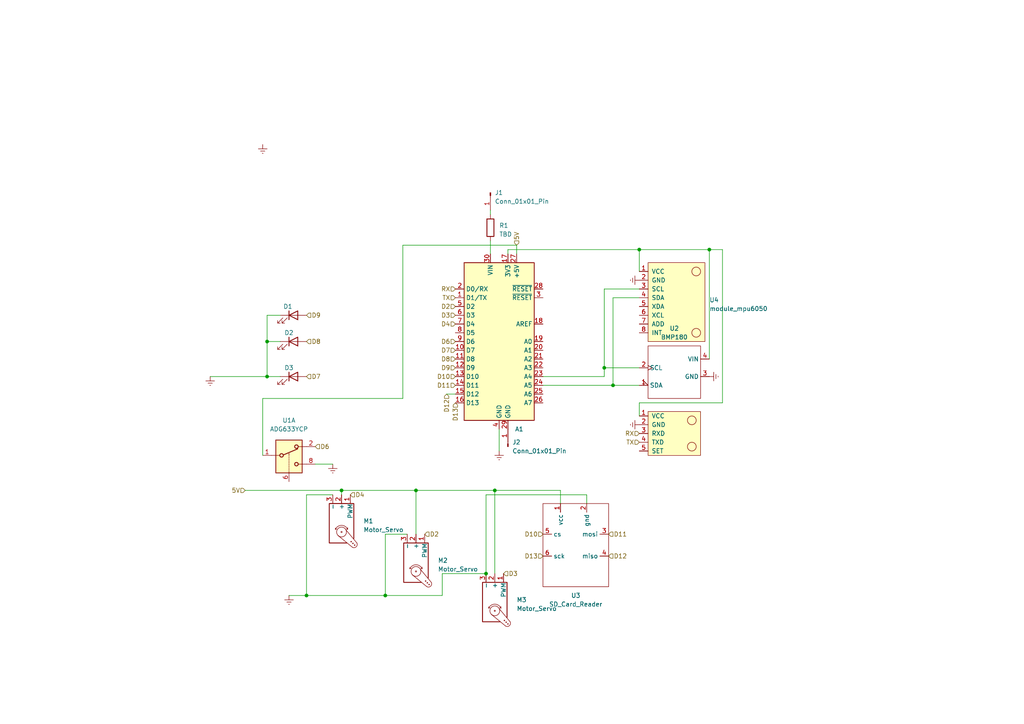
<source format=kicad_sch>
(kicad_sch (version 20230121) (generator eeschema)
  (paper "A4")
  (lib_symbols
    (symbol "Analog_Switch:ADG419BRM" (pin_names (offset 0.254))
      (property "Reference" "U" (at -3.175 4.699 0))
      (property "Value" "ADG419BRM" (at -3.175 2.921 0))
      (symbol "ADG419BRM_1_1"
        (rectangle (start -3.81 1.905) (end 3.81 -7.62) (stroke (width 0.254)) (fill (type background)))
        (circle (center -2.159 -2.54) (radius 0.508) (stroke (width 0.254)))
        (polyline (pts (xy -5.08 -2.54) (xy -2.794 -2.54)))
        (polyline (pts (xy -1.651 -2.413) (xy 2.54 -0.635)) (stroke (width 0.254)))
        (polyline (pts (xy 0 -7.62) (xy 0 -7.112)))
        (polyline (pts (xy 0 -6.858) (xy 0 -6.604)))
        (polyline (pts (xy 0 -6.35) (xy 0 -6.096)))
        (polyline (pts (xy 0 -5.842) (xy 0 -5.588)))
        (polyline (pts (xy 0 -5.334) (xy 0 -5.08)))
        (polyline (pts (xy 0 -4.826) (xy 0 -4.572)))
        (polyline (pts (xy 0 -4.318) (xy 0 -4.064)))
        (polyline (pts (xy 0 -3.81) (xy 0 -3.556)))
        (polyline (pts (xy 0 -3.302) (xy 0 -3.048)))
        (polyline (pts (xy 0 -2.794) (xy 0 -2.54)))
        (polyline (pts (xy 0 -2.286) (xy 0 -2.032)))
        (polyline (pts (xy 0 -2.286) (xy 0 -2.032)))
        (polyline (pts (xy 5.08 -5.08) (xy 2.794 -5.08)))
        (polyline (pts (xy 5.08 0) (xy 2.794 0)))
        (circle (center 2.159 -5.08) (radius 0.508) (stroke (width 0.254)))
        (circle (center 2.159 0) (radius 0.508) (stroke (width 0.254)))
        (pin passive line (at -7.62 -2.54 0) (length 2.54) (name "~") (number "1"))
        (pin passive line (at 7.62 0 180) (length 2.54) (name "~") (number "2"))
        (pin input line (at 0 -10.16 90) (length 2.54) (name "~") (number "6"))
        (pin passive line (at 7.62 -5.08 180) (length 2.54) (name "~") (number "8"))
      )
      (symbol "ADG419BRM_2_0"
        (pin power_in line (at 0 -12.7 90) (length 2.54) (name "GND") (number "3"))
        (pin power_in line (at 0 12.7 270) (length 2.54) (name "V+") (number "4"))
        (pin power_in line (at 2.54 12.7 270) (length 2.54) (name "VL") (number "5"))
        (pin power_in line (at 2.54 -12.7 90) (length 2.54) (name "V-") (number "7"))
      )
      (symbol "ADG419BRM_2_1"
        (rectangle (start -3.81 10.16) (end 6.35 -10.16) (stroke (width 0.254)) (fill (type background)))
      )
    )
    (symbol "Connector:Conn_01x01_Pin" (pin_names (offset 1.016) hide)
      (property "Reference" "J" (at 0 2.54 0))
      (property "Value" "Conn_01x01_Pin" (at 0 -2.54 0))
      (symbol "Conn_01x01_Pin_1_1"
        (polyline (pts (xy 1.27 0) (xy 0.8636 0)) (stroke (width 0.1524)))
        (rectangle (start 0.8636 0.127) (end 0 -0.127) (stroke (width 0.1524)) (fill (type outline)))
        (pin passive line (at 5.08 0 180) (length 3.81) (name "Pin_1") (number "1"))
      )
    )
    (symbol "Device:LED" (pin_numbers hide) (pin_names (offset 1.016) hide)
      (property "Reference" "D" (at 0 2.54 0))
      (property "Value" "LED" (at 0 -2.54 0))
      (symbol "LED_0_1"
        (polyline (pts (xy -1.27 -1.27) (xy -1.27 1.27)) (stroke (width 0.254)))
        (polyline (pts (xy -1.27 0) (xy 1.27 0)))
        (polyline (pts (xy 1.27 -1.27) (xy 1.27 1.27) (xy -1.27 0) (xy 1.27 -1.27)) (stroke (width 0.254)))
        (polyline (pts (xy -3.048 -0.762) (xy -4.572 -2.286) (xy -3.81 -2.286) (xy -4.572 -2.286) (xy -4.572 -1.524)))
        (polyline (pts (xy -1.778 -0.762) (xy -3.302 -2.286) (xy -2.54 -2.286) (xy -3.302 -2.286) (xy -3.302 -1.524)))
      )
      (symbol "LED_1_1"
        (pin passive line (at -3.81 0 0) (length 2.54) (name "K") (number "1"))
        (pin passive line (at 3.81 0 180) (length 2.54) (name "A") (number "2"))
      )
    )
    (symbol "Device:R" (pin_numbers hide) (pin_names (offset 0))
      (property "Reference" "R" (at 2.032 0 90))
      (property "Value" "R" (at 0 0 90))
      (symbol "R_0_1"
        (rectangle (start -1.016 -2.54) (end 1.016 2.54) (stroke (width 0.254)))
      )
      (symbol "R_1_1"
        (pin passive line (at 0 3.81 270) (length 1.27) (name "~") (number "1"))
        (pin passive line (at 0 -3.81 90) (length 1.27) (name "~") (number "2"))
      )
    )
    (symbol "MCU_Module:Arduino_Nano_v3.x"
      (property "Reference" "A" (at -10.16 23.495 0))
      (property "Value" "Arduino_Nano_v3.x" (at 5.08 -24.13 0))
      (symbol "Arduino_Nano_v3.x_0_1"
        (rectangle (start -10.16 22.86) (end 10.16 -22.86) (stroke (width 0.254)) (fill (type background)))
      )
      (symbol "Arduino_Nano_v3.x_1_1"
        (pin bidirectional line (at -12.7 12.7 0) (length 2.54) (name "D1/TX") (number "1"))
        (pin bidirectional line (at -12.7 -2.54 0) (length 2.54) (name "D7") (number "10"))
        (pin bidirectional line (at -12.7 -5.08 0) (length 2.54) (name "D8") (number "11"))
        (pin bidirectional line (at -12.7 -7.62 0) (length 2.54) (name "D9") (number "12"))
        (pin bidirectional line (at -12.7 -10.16 0) (length 2.54) (name "D10") (number "13"))
        (pin bidirectional line (at -12.7 -12.7 0) (length 2.54) (name "D11") (number "14"))
        (pin bidirectional line (at -12.7 -15.24 0) (length 2.54) (name "D12") (number "15"))
        (pin bidirectional line (at -12.7 -17.78 0) (length 2.54) (name "D13") (number "16"))
        (pin power_out line (at 2.54 25.4 270) (length 2.54) (name "3V3") (number "17"))
        (pin input line (at 12.7 5.08 180) (length 2.54) (name "AREF") (number "18"))
        (pin bidirectional line (at 12.7 0 180) (length 2.54) (name "A0") (number "19"))
        (pin bidirectional line (at -12.7 15.24 0) (length 2.54) (name "D0/RX") (number "2"))
        (pin bidirectional line (at 12.7 -2.54 180) (length 2.54) (name "A1") (number "20"))
        (pin bidirectional line (at 12.7 -5.08 180) (length 2.54) (name "A2") (number "21"))
        (pin bidirectional line (at 12.7 -7.62 180) (length 2.54) (name "A3") (number "22"))
        (pin bidirectional line (at 12.7 -10.16 180) (length 2.54) (name "A4") (number "23"))
        (pin bidirectional line (at 12.7 -12.7 180) (length 2.54) (name "A5") (number "24"))
        (pin bidirectional line (at 12.7 -15.24 180) (length 2.54) (name "A6") (number "25"))
        (pin bidirectional line (at 12.7 -17.78 180) (length 2.54) (name "A7") (number "26"))
        (pin power_out line (at 5.08 25.4 270) (length 2.54) (name "+5V") (number "27"))
        (pin input line (at 12.7 15.24 180) (length 2.54) (name "~{RESET}") (number "28"))
        (pin power_in line (at 2.54 -25.4 90) (length 2.54) (name "GND") (number "29"))
        (pin input line (at 12.7 12.7 180) (length 2.54) (name "~{RESET}") (number "3"))
        (pin power_in line (at -2.54 25.4 270) (length 2.54) (name "VIN") (number "30"))
        (pin power_in line (at 0 -25.4 90) (length 2.54) (name "GND") (number "4"))
        (pin bidirectional line (at -12.7 10.16 0) (length 2.54) (name "D2") (number "5"))
        (pin bidirectional line (at -12.7 7.62 0) (length 2.54) (name "D3") (number "6"))
        (pin bidirectional line (at -12.7 5.08 0) (length 2.54) (name "D4") (number "7"))
        (pin bidirectional line (at -12.7 2.54 0) (length 2.54) (name "D5") (number "8"))
        (pin bidirectional line (at -12.7 0 0) (length 2.54) (name "D6") (number "9"))
      )
    )
    (symbol "Motor:Motor_Servo" (pin_names (offset 0.0254))
      (property "Reference" "M" (at -5.08 4.445 0))
      (property "Value" "Motor_Servo" (at -5.08 -4.064 0))
      (symbol "Motor_Servo_0_1"
        (polyline (pts (xy 2.413 -1.778) (xy 2.032 -1.778)))
        (polyline (pts (xy 2.413 -1.778) (xy 2.286 -1.397)))
        (polyline (pts (xy 2.413 1.778) (xy 1.905 1.778)))
        (polyline (pts (xy 2.413 1.778) (xy 2.286 1.397)))
        (polyline (pts (xy 6.35 4.445) (xy 2.54 1.27)))
        (polyline (pts (xy 7.62 3.175) (xy 4.191 -1.016)))
        (polyline (pts (xy 5.08 3.556) (xy -5.08 3.556) (xy -5.08 -3.556) (xy 6.35 -3.556) (xy 6.35 1.524)) (stroke (width 0.254)))
        (arc (start 2.413 1.778) (mid 1.2406 0) (end 2.413 -1.778))
        (circle (center 3.175 0) (radius 0.1778))
        (circle (center 3.175 0) (radius 1.4224))
        (circle (center 5.969 2.794) (radius 0.127))
        (circle (center 6.477 3.302) (radius 0.127))
        (circle (center 6.985 3.81) (radius 0.127))
        (arc (start 7.62 3.175) (mid 7.4485 4.2735) (end 6.35 4.445))
      )
      (symbol "Motor_Servo_1_1"
        (pin passive line (at -7.62 2.54 0) (length 2.54) (name "PWM") (number "1"))
        (pin passive line (at -7.62 0 0) (length 2.54) (name "+") (number "2"))
        (pin passive line (at -7.62 -2.54 0) (length 2.54) (name "-") (number "3"))
      )
    )
    (symbol "New_Library:BMP180"
      (property "Reference" "U?" (at -10.16 21.59 0))
      (property "Value" "BMP180" (at -10.16 19.05 0))
      (symbol "BMP180_0_1"
        (rectangle (start -17.78 16.51) (end -2.54 1.27))
      )
      (symbol "BMP180_1_1"
        (pin input input_low (at 0 12.7 180) (length 2.54) (name "SDA") (number "1"))
        (pin bidirectional clock (at 0 7.62 180) (length 2.54) (name "SCL") (number "2"))
        (pin power_in line (at -20.32 10.16 0) (length 2.54) (name "GND") (number "3"))
        (pin power_in line (at -20.32 5.08 0) (length 2.54) (name "VIN") (number "4"))
      )
    )
    (symbol "New_Library:SD_Card_Reader"
      (property "Reference" "U" (at 0 0 0))
      (property "Value" "SD_Card_Reader" (at 0 0 0))
      (symbol "SD_Card_Reader_0_1"
        (rectangle (start 10.16 29.21) (end -8.89 5.08))
      )
      (symbol "SD_Card_Reader_1_1"
        (pin input line (at -3.81 29.21 270) (length 2.54) (name "vcc") (number "1"))
        (pin input line (at 3.81 29.21 270) (length 2.54) (name "gnd") (number "2"))
        (pin input line (at 10.16 20.32 180) (length 2.54) (name "mosi") (number "3"))
        (pin input line (at 10.16 13.97 180) (length 2.54) (name "miso") (number "4"))
        (pin input line (at -8.89 20.32 0) (length 2.54) (name "cs") (number "5"))
        (pin input line (at -8.89 13.97 0) (length 2.54) (name "sck") (number "6"))
      )
    )
    (symbol "module_bh1750_1" (pin_names (offset 1.016))
      (property "Reference" "U5" (at 19.05 3.175 0))
      (property "Value" "HC-12" (at 19.05 0.635 0))
      (symbol "module_bh1750_1_0_1"
        (rectangle (start 2.54 8.89) (end 17.78 -3.81) (fill (type background)))
        (circle (center 15.24 -1.27) (radius 1.27))
        (circle (center 15.24 6.35) (radius 1.27))
      )
      (symbol "module_bh1750_1_1_1"
        (pin input line (at 0 7.62 0) (length 2.54) (name "VCC") (number "1"))
        (pin input line (at 0 5.08 0) (length 2.54) (name "GND") (number "2"))
        (pin input line (at 0 2.54 0) (length 2.54) (name "RXD") (number "3"))
        (pin input line (at 0 0 0) (length 2.54) (name "TXD") (number "4"))
        (pin input line (at 0 -2.54 0) (length 2.54) (name "SET") (number "5"))
      )
    )
    (symbol "power:Earth" (power) (pin_names (offset 0))
      (symbol "Earth_0_1"
        (polyline (pts (xy -0.635 -1.905) (xy 0.635 -1.905)))
        (polyline (pts (xy -0.127 -2.54) (xy 0.127 -2.54)))
        (polyline (pts (xy 0 -1.27) (xy 0 0)))
        (polyline (pts (xy 1.27 -1.27) (xy -1.27 -1.27)))
      )
      (symbol "Earth_1_1"
        (pin power_in line (at 0 0 270) (length 0) hide (name "Earth") (number "1"))
      )
    )
    (symbol "power:GNDREF" (power) (pin_names (offset 0))
      (property "Value" "GNDREF" (at 0 -3.81 0))
      (symbol "GNDREF_0_1"
        (polyline (pts (xy -0.635 -1.905) (xy 0.635 -1.905)))
        (polyline (pts (xy -0.127 -2.54) (xy 0.127 -2.54)))
        (polyline (pts (xy 0 -1.27) (xy 0 0)))
        (polyline (pts (xy 1.27 -1.27) (xy -1.27 -1.27)))
      )
      (symbol "GNDREF_1_1"
        (pin power_in line (at 0 0 270) (length 0) hide (name "GNDREF") (number "1"))
      )
    )
    (symbol "usini_sensors:module_mpu6050" (pin_names (offset 1.016))
      (property "Reference" "U" (at 2.54 21.59 0))
      (property "Value" "module_mpu6050" (at 11.43 -3.81 0))
      (symbol "module_mpu6050_0_1"
        (rectangle (start 2.54 20.32) (end 19.05 -2.54) (fill (type background)))
        (circle (center 16.51 0) (radius 1.27))
        (circle (center 16.51 17.78) (radius 1.27))
      )
      (symbol "module_mpu6050_1_1"
        (pin input line (at 0 17.78 0) (length 2.54) (name "VCC") (number "1"))
        (pin input line (at 0 15.24 0) (length 2.54) (name "GND") (number "2"))
        (pin input line (at 0 12.7 0) (length 2.54) (name "SCL") (number "3"))
        (pin input line (at 0 10.16 0) (length 2.54) (name "SDA") (number "4"))
        (pin input line (at 0 7.62 0) (length 2.54) (name "XDA") (number "5"))
        (pin input line (at 0 5.08 0) (length 2.54) (name "XCL") (number "6"))
        (pin input line (at 0 2.54 0) (length 2.54) (name "ADD") (number "7"))
        (pin input line (at 0 0 0) (length 2.54) (name "INT") (number "8"))
      )
    )
  )
  (junction (at 143.51 142.24))
  (junction (at 88.9 172.72))
  (junction (at 205.74 72.39))
  (junction (at 175.26 106.68))
  (junction (at 77.47 99.06))
  (junction (at 185.42 72.39))
  (junction (at 99.06 142.24))
  (junction (at 177.8 111.76))
  (junction (at 111.76 172.72))
  (junction (at 120.65 142.24))
  (junction (at 140.97 166.37))
  (junction (at 77.47 109.22))
  (wire (pts (xy 96.52 143.51) (xy 88.9 143.51)))
  (wire (pts (xy 170.18 146.05) (xy 170.18 143.51)))
  (wire (pts (xy 116.84 71.12) (xy 149.86 71.12)))
  (wire (pts (xy 205.74 72.39) (xy 185.42 72.39)))
  (wire (pts (xy 185.42 116.84) (xy 209.55 116.84)))
  (wire (pts (xy 111.76 172.72) (xy 88.9 172.72)))
  (wire (pts (xy 144.78 124.46) (xy 144.78 130.81)))
  (wire (pts (xy 129.54 114.3) (xy 132.08 114.3)))
  (wire (pts (xy 60.96 109.22) (xy 77.47 109.22)))
  (wire (pts (xy 175.26 83.82) (xy 185.42 83.82)))
  (wire (pts (xy 77.47 99.06) (xy 81.28 99.06)))
  (wire (pts (xy 177.8 111.76) (xy 177.8 86.36)))
  (wire (pts (xy 77.47 109.22) (xy 81.28 109.22)))
  (wire (pts (xy 128.27 166.37) (xy 128.27 172.72)))
  (wire (pts (xy 170.18 143.51) (xy 140.97 143.51)))
  (wire (pts (xy 116.84 115.57) (xy 116.84 71.12)))
  (wire (pts (xy 185.42 120.65) (xy 185.42 116.84)))
  (wire (pts (xy 143.51 142.24) (xy 120.65 142.24)))
  (wire (pts (xy 128.27 172.72) (xy 111.76 172.72)))
  (wire (pts (xy 118.11 154.94) (xy 111.76 154.94)))
  (wire (pts (xy 147.32 72.39) (xy 185.42 72.39)))
  (wire (pts (xy 175.26 106.68) (xy 185.42 106.68)))
  (wire (pts (xy 205.74 104.14) (xy 205.74 72.39)))
  (wire (pts (xy 149.86 71.12) (xy 149.86 73.66)))
  (wire (pts (xy 71.12 142.24) (xy 99.06 142.24)))
  (wire (pts (xy 143.51 142.24) (xy 162.56 142.24)))
  (wire (pts (xy 142.24 60.96) (xy 142.24 62.23)))
  (wire (pts (xy 91.44 134.62) (xy 96.52 134.62)))
  (wire (pts (xy 185.42 72.39) (xy 185.42 78.74)))
  (wire (pts (xy 88.9 143.51) (xy 88.9 172.72)))
  (wire (pts (xy 147.32 72.39) (xy 147.32 73.66)))
  (wire (pts (xy 162.56 146.05) (xy 162.56 142.24)))
  (wire (pts (xy 175.26 83.82) (xy 175.26 106.68)))
  (wire (pts (xy 111.76 154.94) (xy 111.76 172.72)))
  (wire (pts (xy 143.51 166.37) (xy 143.51 142.24)))
  (wire (pts (xy 175.26 109.22) (xy 157.48 109.22)))
  (wire (pts (xy 177.8 111.76) (xy 185.42 111.76)))
  (wire (pts (xy 77.47 91.44) (xy 77.47 99.06)))
  (wire (pts (xy 140.97 143.51) (xy 140.97 166.37)))
  (wire (pts (xy 142.24 69.85) (xy 142.24 73.66)))
  (wire (pts (xy 177.8 86.36) (xy 185.42 86.36)))
  (wire (pts (xy 140.97 166.37) (xy 128.27 166.37)))
  (wire (pts (xy 157.48 111.76) (xy 177.8 111.76)))
  (wire (pts (xy 76.2 115.57) (xy 116.84 115.57)))
  (wire (pts (xy 209.55 72.39) (xy 205.74 72.39)))
  (wire (pts (xy 209.55 116.84) (xy 209.55 72.39)))
  (wire (pts (xy 99.06 142.24) (xy 120.65 142.24)))
  (wire (pts (xy 99.06 142.24) (xy 99.06 143.51)))
  (wire (pts (xy 77.47 99.06) (xy 77.47 109.22)))
  (wire (pts (xy 76.2 115.57) (xy 76.2 132.08)))
  (wire (pts (xy 120.65 154.94) (xy 120.65 142.24)))
  (wire (pts (xy 77.47 91.44) (xy 81.28 91.44)))
  (wire (pts (xy 175.26 106.68) (xy 175.26 109.22)))
  (wire (pts (xy 83.82 172.72) (xy 88.9 172.72)))
  (hierarchical_label "TX" (shape input) (at 132.08 86.36 180))
  (hierarchical_label "D12" (shape input) (at 176.53 161.29 0))
  (hierarchical_label "D10" (shape input) (at 157.48 154.94 180))
  (hierarchical_label "D4" (shape input) (at 101.6 143.51 0))
  (hierarchical_label "D6" (shape input) (at 91.44 129.54 0))
  (hierarchical_label "D7" (shape input) (at 132.08 101.6 180))
  (hierarchical_label "5V" (shape input) (at 71.12 142.24 180))
  (hierarchical_label "D2" (shape input) (at 132.08 88.9 180))
  (hierarchical_label "RX" (shape input) (at 185.42 125.73 180))
  (hierarchical_label "D6" (shape input) (at 132.08 99.06 180))
  (hierarchical_label "D3" (shape input) (at 132.08 91.44 180))
  (hierarchical_label "D7" (shape input) (at 88.9 109.22 0))
  (hierarchical_label "RX" (shape input) (at 132.08 83.82 180))
  (hierarchical_label "D8" (shape input) (at 88.9 99.06 0))
  (hierarchical_label "D4" (shape input) (at 132.08 93.98 180))
  (hierarchical_label "D13" (shape input) (at 157.48 161.29 180))
  (hierarchical_label "D2" (shape input) (at 123.19 154.94 0))
  (hierarchical_label "TX" (shape input) (at 185.42 128.27 180))
  (hierarchical_label "D11" (shape input) (at 132.08 111.76 180))
  (hierarchical_label "D3" (shape input) (at 146.05 166.37 0))
  (hierarchical_label "5V" (shape input) (at 149.86 71.12 90))
  (hierarchical_label "D11" (shape input) (at 176.53 154.94 0))
  (hierarchical_label "D9" (shape input) (at 88.9 91.44 0))
  (hierarchical_label "D10" (shape input) (at 132.08 109.22 180))
  (hierarchical_label "D12" (shape input) (at 129.54 114.3 270))
  (hierarchical_label "D9" (shape input) (at 132.08 106.68 180))
  (hierarchical_label "D8" (shape input) (at 132.08 104.14 180))
  (hierarchical_label "D13" (shape input) (at 132.08 116.84 270))
  (symbol (lib_id "Motor:Motor_Servo") (at 143.51 173.99 270) (unit 1)
    (property "Reference" "M3" (at 149.86 173.9788 90) (effects (justify left)))
    (property "Value" "Motor_Servo" (at 149.86 176.5188 90) (effects (justify left)))
    (property "Footprint" "Connector_PinHeader_2.54mm:PinHeader_1x03_P2.54mm_Horizontal" (effects hide))
    (property "Datasheet" "http://forums.parallax.com/uploads/attachments/46831/74481.png" (effects hide))
  )
  (symbol (lib_id "Motor:Motor_Servo") (at 99.06 151.13 270) (unit 1)
    (property "Reference" "M1" (at 105.41 151.1188 90) (effects (justify left)))
    (property "Value" "Motor_Servo" (at 105.41 153.6588 90) (effects (justify left)))
    (property "Footprint" "Connector_PinHeader_2.54mm:PinHeader_1x03_P2.54mm_Horizontal" (effects hide))
    (property "Datasheet" "http://forums.parallax.com/uploads/attachments/46831/74481.png" (effects hide))
  )
  (symbol (lib_id "Analog_Switch:ADG419BRM") (at 83.82 129.54 0) (unit 1)
    (property "Reference" "U1" (at 83.82 121.92 0))
    (property "Value" "ADG633YCP" (at 83.82 124.46 0))
    (property "Footprint" "Button_Switch_THT:SW_PUSH_6mm_H4.3mm" (effects hide))
    (property "Datasheet" "https://www.analog.com/media/en/technical-documentation/data-sheets/ADG419.pdf" (effects hide))
  )
  (symbol (lib_id "power:GNDREF") (at 185.42 123.19 270) (unit 1)
    (property "Reference" "#PWR05" (effects hide))
    (property "Value" "GNDREF" (effects hide))
  )
  (symbol (lib_id "Device:LED") (at 85.09 91.44 0) (unit 1)
    (property "Reference" "D1" (at 83.5025 88.9 0))
    (property "Value" "LED" (effects hide))
    (property "Footprint" "LED_THT:LED_D3.0mm_Horizontal_O1.27mm_Z2.0mm" (effects hide))
  )
  (symbol (lib_id "power:GNDREF") (at 205.74 109.22 90) (unit 1)
    (property "Reference" "#PWR01" (effects hide))
    (property "Value" "GNDREF" (effects hide))
  )
  (symbol (lib_id "New_Library:BMP180") (at 185.42 99.06 180) (unit 1)
    (property "Reference" "U2" (at 195.58 95.25 0))
    (property "Value" "BMP180" (at 195.58 97.79 0))
    (property "Footprint" "usini_sensors:module_bme280_alt" (effects hide))
  )
  (symbol (lib_id "MCU_Module:Arduino_Nano_v3.x") (at 144.78 99.06 0) (unit 1)
    (property "Reference" "A1" (at 149.3394 124.46 0) (effects (justify left)))
    (property "Value" "Arduino_Nano_v3.x" (effects hide))
    (property "Footprint" "Module:Arduino_Nano" (effects hide))
    (property "Datasheet" "http://www.mouser.com/pdfdocs/Gravitech_Arduino_Nano3_0.pdf" (effects hide))
  )
  (symbol (lib_name "module_bh1750_1") (lib_id "usini_sensors:module_bh1750") (at 185.42 128.27 0) (unit 1)
    (property "Reference" "U6" (effects hide))
    (property "Value" "HC-12" (effects hide))
    (property "Footprint" "usini_sensors:module_bh1750" (effects hide))
  )
  (symbol (lib_id "power:Earth") (at 144.78 130.81 0) (unit 1)
    (property "Reference" "#PWR08" (effects hide))
    (property "Value" "Earth" (effects hide))
  )
  (symbol (lib_id "Motor:Motor_Servo") (at 120.65 162.56 270) (unit 1)
    (property "Reference" "M2" (at 127 162.5488 90) (effects (justify left)))
    (property "Value" "Motor_Servo" (at 127 165.0888 90) (effects (justify left)))
    (property "Footprint" "Connector_PinHeader_2.54mm:PinHeader_1x03_P2.54mm_Horizontal" (effects hide))
    (property "Datasheet" "http://forums.parallax.com/uploads/attachments/46831/74481.png" (effects hide))
  )
  (symbol (lib_id "New_Library:SD_Card_Reader") (at 166.37 175.26 0) (unit 1)
    (property "Reference" "U3" (at 167.005 172.72 0))
    (property "Value" "SD_Card_Reader" (at 167.005 175.26 0))
    (property "Footprint" "Connector_PinSocket_2.54mm:PinSocket_1x06_P2.54mm_Vertical" (effects hide))
  )
  (symbol (lib_id "power:Earth") (at 60.96 109.22 0) (unit 1)
    (property "Reference" "#PWR03" (effects hide))
    (property "Value" "Earth" (effects hide))
  )
  (symbol (lib_id "power:Earth") (at 96.52 134.62 0) (unit 1)
    (property "Reference" "#PWR07" (effects hide))
    (property "Value" "Earth" (effects hide))
  )
  (symbol (lib_id "Device:LED") (at 85.09 99.06 0) (unit 1)
    (property "Reference" "D2" (at 83.82 96.52 0))
    (property "Value" "LED" (effects hide))
    (property "Footprint" "LED_THT:LED_D3.0mm_Horizontal_O1.27mm_Z2.0mm" (effects hide))
  )
  (symbol (lib_id "Connector:Conn_01x01_Pin") (at 147.32 129.54 90) (unit 1)
    (property "Reference" "J2" (at 148.59 128.27 90) (effects (justify right)))
    (property "Value" "Conn_01x01_Pin" (at 148.59 130.81 90) (effects (justify right)))
    (property "Footprint" "TestPoint:TestPoint_Pad_2.0x2.0mm" (effects hide))
  )
  (symbol (lib_id "power:Earth") (at 83.82 172.72 0) (unit 1)
    (property "Reference" "#PWR06" (effects hide))
    (property "Value" "Earth" (effects hide))
  )
  (symbol (lib_id "power:Earth") (at 76.2 41.91 0) (unit 1)
    (property "Reference" "#PWR02" (effects hide))
    (property "Value" "Earth" (effects hide))
  )
  (symbol (lib_id "Connector:Conn_01x01_Pin") (at 142.24 55.88 270) (unit 1)
    (property "Reference" "J1" (at 143.51 55.88 90) (effects (justify left)))
    (property "Value" "Conn_01x01_Pin" (at 143.51 58.42 90) (effects (justify left)))
    (property "Footprint" "TestPoint:TestPoint_Pad_2.0x2.0mm" (effects hide))
  )
  (symbol (lib_id "Device:LED") (at 85.09 109.22 0) (unit 1)
    (property "Reference" "D3" (at 83.82 106.68 0))
    (property "Value" "LED" (effects hide))
    (property "Footprint" "LED_THT:LED_D3.0mm_Horizontal_O1.27mm_Z2.0mm" (effects hide))
  )
  (symbol (lib_id "usini_sensors:module_mpu6050") (at 185.42 96.52 0) (unit 1)
    (property "Reference" "U4" (at 205.74 86.995 0) (effects (justify left)))
    (property "Value" "module_mpu6050" (at 205.74 89.535 0) (effects (justify left)))
    (property "Footprint" "usini_sensors:module_mpu6050" (effects hide))
  )
  (symbol (lib_id "power:GNDREF") (at 185.42 81.28 270) (unit 1)
    (property "Reference" "#PWR04" (effects hide))
    (property "Value" "GNDREF" (effects hide))
  )
  (symbol (lib_id "Device:R") (at 142.24 66.04 0) (unit 1)
    (property "Reference" "R1" (at 144.78 65.405 0) (effects (justify left)))
    (property "Value" "TBD" (at 144.78 67.945 0) (effects (justify left)))
    (property "Footprint" "Resistor_SMD:R_0603_1608Metric_Pad0.98x0.95mm_HandSolder" (effects hide))
  )
)
</source>
